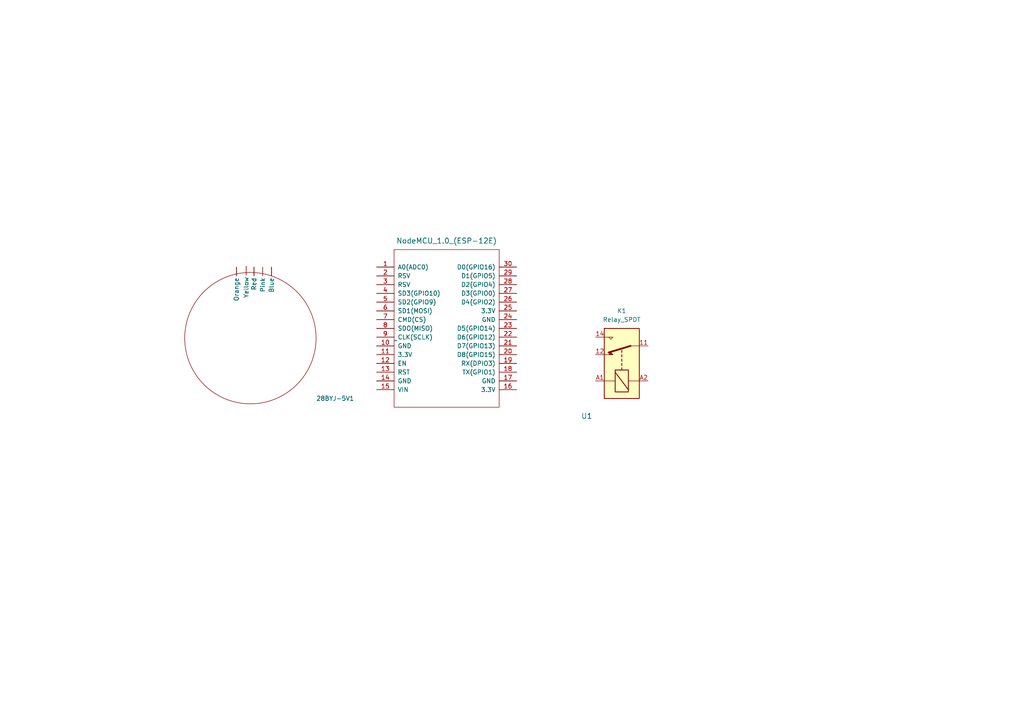
<source format=kicad_sch>
(kicad_sch
	(version 20231120)
	(generator "eeschema")
	(generator_version "8.0")
	(uuid "549b3dd4-4e56-4209-ab22-12c8afcafb8b")
	(paper "A4")
	(lib_symbols
		(symbol "ESP8266:NodeMCU_1.0_(ESP-12E)"
			(pin_names
				(offset 1.016)
			)
			(exclude_from_sim no)
			(in_bom yes)
			(on_board yes)
			(property "Reference" "U"
				(at 0 21.59 0)
				(effects
					(font
						(size 1.524 1.524)
					)
				)
			)
			(property "Value" "NodeMCU_1.0_(ESP-12E)"
				(at 0 -21.59 0)
				(effects
					(font
						(size 1.524 1.524)
					)
				)
			)
			(property "Footprint" ""
				(at -15.24 -21.59 0)
				(effects
					(font
						(size 1.524 1.524)
					)
				)
			)
			(property "Datasheet" ""
				(at -15.24 -21.59 0)
				(effects
					(font
						(size 1.524 1.524)
					)
				)
			)
			(property "Description" ""
				(at 0 0 0)
				(effects
					(font
						(size 1.27 1.27)
					)
					(hide yes)
				)
			)
			(symbol "NodeMCU_1.0_(ESP-12E)_0_1"
				(rectangle
					(start -15.24 -22.86)
					(end 15.24 22.86)
					(stroke
						(width 0)
						(type solid)
					)
					(fill
						(type none)
					)
				)
			)
			(symbol "NodeMCU_1.0_(ESP-12E)_1_1"
				(pin input line
					(at -20.32 17.78 0)
					(length 5.08)
					(name "A0(ADC0)"
						(effects
							(font
								(size 1.27 1.27)
							)
						)
					)
					(number "1"
						(effects
							(font
								(size 1.27 1.27)
							)
						)
					)
				)
				(pin input line
					(at -20.32 -5.08 0)
					(length 5.08)
					(name "GND"
						(effects
							(font
								(size 1.27 1.27)
							)
						)
					)
					(number "10"
						(effects
							(font
								(size 1.27 1.27)
							)
						)
					)
				)
				(pin power_out line
					(at -20.32 -7.62 0)
					(length 5.08)
					(name "3.3V"
						(effects
							(font
								(size 1.27 1.27)
							)
						)
					)
					(number "11"
						(effects
							(font
								(size 1.27 1.27)
							)
						)
					)
				)
				(pin input line
					(at -20.32 -10.16 0)
					(length 5.08)
					(name "EN"
						(effects
							(font
								(size 1.27 1.27)
							)
						)
					)
					(number "12"
						(effects
							(font
								(size 1.27 1.27)
							)
						)
					)
				)
				(pin input line
					(at -20.32 -12.7 0)
					(length 5.08)
					(name "RST"
						(effects
							(font
								(size 1.27 1.27)
							)
						)
					)
					(number "13"
						(effects
							(font
								(size 1.27 1.27)
							)
						)
					)
				)
				(pin power_in line
					(at -20.32 -15.24 0)
					(length 5.08)
					(name "GND"
						(effects
							(font
								(size 1.27 1.27)
							)
						)
					)
					(number "14"
						(effects
							(font
								(size 1.27 1.27)
							)
						)
					)
				)
				(pin power_in line
					(at -20.32 -17.78 0)
					(length 5.08)
					(name "VIN"
						(effects
							(font
								(size 1.27 1.27)
							)
						)
					)
					(number "15"
						(effects
							(font
								(size 1.27 1.27)
							)
						)
					)
				)
				(pin power_out line
					(at 20.32 -17.78 180)
					(length 5.08)
					(name "3.3V"
						(effects
							(font
								(size 1.27 1.27)
							)
						)
					)
					(number "16"
						(effects
							(font
								(size 1.27 1.27)
							)
						)
					)
				)
				(pin power_in line
					(at 20.32 -15.24 180)
					(length 5.08)
					(name "GND"
						(effects
							(font
								(size 1.27 1.27)
							)
						)
					)
					(number "17"
						(effects
							(font
								(size 1.27 1.27)
							)
						)
					)
				)
				(pin bidirectional line
					(at 20.32 -12.7 180)
					(length 5.08)
					(name "TX(GPIO1)"
						(effects
							(font
								(size 1.27 1.27)
							)
						)
					)
					(number "18"
						(effects
							(font
								(size 1.27 1.27)
							)
						)
					)
				)
				(pin bidirectional line
					(at 20.32 -10.16 180)
					(length 5.08)
					(name "RX(DPIO3)"
						(effects
							(font
								(size 1.27 1.27)
							)
						)
					)
					(number "19"
						(effects
							(font
								(size 1.27 1.27)
							)
						)
					)
				)
				(pin input line
					(at -20.32 15.24 0)
					(length 5.08)
					(name "RSV"
						(effects
							(font
								(size 1.27 1.27)
							)
						)
					)
					(number "2"
						(effects
							(font
								(size 1.27 1.27)
							)
						)
					)
				)
				(pin bidirectional line
					(at 20.32 -7.62 180)
					(length 5.08)
					(name "D8(GPIO15)"
						(effects
							(font
								(size 1.27 1.27)
							)
						)
					)
					(number "20"
						(effects
							(font
								(size 1.27 1.27)
							)
						)
					)
				)
				(pin bidirectional line
					(at 20.32 -5.08 180)
					(length 5.08)
					(name "D7(GPIO13)"
						(effects
							(font
								(size 1.27 1.27)
							)
						)
					)
					(number "21"
						(effects
							(font
								(size 1.27 1.27)
							)
						)
					)
				)
				(pin bidirectional line
					(at 20.32 -2.54 180)
					(length 5.08)
					(name "D6(GPIO12)"
						(effects
							(font
								(size 1.27 1.27)
							)
						)
					)
					(number "22"
						(effects
							(font
								(size 1.27 1.27)
							)
						)
					)
				)
				(pin bidirectional line
					(at 20.32 0 180)
					(length 5.08)
					(name "D5(GPIO14)"
						(effects
							(font
								(size 1.27 1.27)
							)
						)
					)
					(number "23"
						(effects
							(font
								(size 1.27 1.27)
							)
						)
					)
				)
				(pin power_in line
					(at 20.32 2.54 180)
					(length 5.08)
					(name "GND"
						(effects
							(font
								(size 1.27 1.27)
							)
						)
					)
					(number "24"
						(effects
							(font
								(size 1.27 1.27)
							)
						)
					)
				)
				(pin power_out line
					(at 20.32 5.08 180)
					(length 5.08)
					(name "3.3V"
						(effects
							(font
								(size 1.27 1.27)
							)
						)
					)
					(number "25"
						(effects
							(font
								(size 1.27 1.27)
							)
						)
					)
				)
				(pin bidirectional line
					(at 20.32 7.62 180)
					(length 5.08)
					(name "D4(GPIO2)"
						(effects
							(font
								(size 1.27 1.27)
							)
						)
					)
					(number "26"
						(effects
							(font
								(size 1.27 1.27)
							)
						)
					)
				)
				(pin bidirectional line
					(at 20.32 10.16 180)
					(length 5.08)
					(name "D3(GPIO0)"
						(effects
							(font
								(size 1.27 1.27)
							)
						)
					)
					(number "27"
						(effects
							(font
								(size 1.27 1.27)
							)
						)
					)
				)
				(pin bidirectional line
					(at 20.32 12.7 180)
					(length 5.08)
					(name "D2(GPIO4)"
						(effects
							(font
								(size 1.27 1.27)
							)
						)
					)
					(number "28"
						(effects
							(font
								(size 1.27 1.27)
							)
						)
					)
				)
				(pin bidirectional line
					(at 20.32 15.24 180)
					(length 5.08)
					(name "D1(GPIO5)"
						(effects
							(font
								(size 1.27 1.27)
							)
						)
					)
					(number "29"
						(effects
							(font
								(size 1.27 1.27)
							)
						)
					)
				)
				(pin input line
					(at -20.32 12.7 0)
					(length 5.08)
					(name "RSV"
						(effects
							(font
								(size 1.27 1.27)
							)
						)
					)
					(number "3"
						(effects
							(font
								(size 1.27 1.27)
							)
						)
					)
				)
				(pin bidirectional line
					(at 20.32 17.78 180)
					(length 5.08)
					(name "D0(GPIO16)"
						(effects
							(font
								(size 1.27 1.27)
							)
						)
					)
					(number "30"
						(effects
							(font
								(size 1.27 1.27)
							)
						)
					)
				)
				(pin bidirectional line
					(at -20.32 10.16 0)
					(length 5.08)
					(name "SD3(GPIO10)"
						(effects
							(font
								(size 1.27 1.27)
							)
						)
					)
					(number "4"
						(effects
							(font
								(size 1.27 1.27)
							)
						)
					)
				)
				(pin bidirectional line
					(at -20.32 7.62 0)
					(length 5.08)
					(name "SD2(GPIO9)"
						(effects
							(font
								(size 1.27 1.27)
							)
						)
					)
					(number "5"
						(effects
							(font
								(size 1.27 1.27)
							)
						)
					)
				)
				(pin bidirectional line
					(at -20.32 5.08 0)
					(length 5.08)
					(name "SD1(MOSI)"
						(effects
							(font
								(size 1.27 1.27)
							)
						)
					)
					(number "6"
						(effects
							(font
								(size 1.27 1.27)
							)
						)
					)
				)
				(pin bidirectional line
					(at -20.32 2.54 0)
					(length 5.08)
					(name "CMD(CS)"
						(effects
							(font
								(size 1.27 1.27)
							)
						)
					)
					(number "7"
						(effects
							(font
								(size 1.27 1.27)
							)
						)
					)
				)
				(pin bidirectional line
					(at -20.32 0 0)
					(length 5.08)
					(name "SDO(MISO)"
						(effects
							(font
								(size 1.27 1.27)
							)
						)
					)
					(number "8"
						(effects
							(font
								(size 1.27 1.27)
							)
						)
					)
				)
				(pin bidirectional line
					(at -20.32 -2.54 0)
					(length 5.08)
					(name "CLK(SCLK)"
						(effects
							(font
								(size 1.27 1.27)
							)
						)
					)
					(number "9"
						(effects
							(font
								(size 1.27 1.27)
							)
						)
					)
				)
			)
		)
		(symbol "Relay:Relay_SPDT"
			(exclude_from_sim no)
			(in_bom yes)
			(on_board yes)
			(property "Reference" "K"
				(at 11.43 3.81 0)
				(effects
					(font
						(size 1.27 1.27)
					)
					(justify left)
				)
			)
			(property "Value" "Relay_SPDT"
				(at 11.43 1.27 0)
				(effects
					(font
						(size 1.27 1.27)
					)
					(justify left)
				)
			)
			(property "Footprint" ""
				(at 11.43 -1.27 0)
				(effects
					(font
						(size 1.27 1.27)
					)
					(justify left)
					(hide yes)
				)
			)
			(property "Datasheet" "~"
				(at 0 0 0)
				(effects
					(font
						(size 1.27 1.27)
					)
					(hide yes)
				)
			)
			(property "Description" "Monostable Relay SPDT, EN50005"
				(at 0 0 0)
				(effects
					(font
						(size 1.27 1.27)
					)
					(hide yes)
				)
			)
			(property "ki_keywords" "Single Pole Relay SPDT"
				(at 0 0 0)
				(effects
					(font
						(size 1.27 1.27)
					)
					(hide yes)
				)
			)
			(property "ki_fp_filters" "Relay?SPDT*"
				(at 0 0 0)
				(effects
					(font
						(size 1.27 1.27)
					)
					(hide yes)
				)
			)
			(symbol "Relay_SPDT_0_0"
				(polyline
					(pts
						(xy 7.62 5.08) (xy 7.62 2.54) (xy 6.985 3.175) (xy 7.62 3.81)
					)
					(stroke
						(width 0)
						(type default)
					)
					(fill
						(type none)
					)
				)
			)
			(symbol "Relay_SPDT_0_1"
				(rectangle
					(start -10.16 5.08)
					(end 10.16 -5.08)
					(stroke
						(width 0.254)
						(type default)
					)
					(fill
						(type background)
					)
				)
				(rectangle
					(start -8.255 1.905)
					(end -1.905 -1.905)
					(stroke
						(width 0.254)
						(type default)
					)
					(fill
						(type none)
					)
				)
				(polyline
					(pts
						(xy -7.62 -1.905) (xy -2.54 1.905)
					)
					(stroke
						(width 0.254)
						(type default)
					)
					(fill
						(type none)
					)
				)
				(polyline
					(pts
						(xy -5.08 -5.08) (xy -5.08 -1.905)
					)
					(stroke
						(width 0)
						(type default)
					)
					(fill
						(type none)
					)
				)
				(polyline
					(pts
						(xy -5.08 5.08) (xy -5.08 1.905)
					)
					(stroke
						(width 0)
						(type default)
					)
					(fill
						(type none)
					)
				)
				(polyline
					(pts
						(xy -1.905 0) (xy -1.27 0)
					)
					(stroke
						(width 0.254)
						(type default)
					)
					(fill
						(type none)
					)
				)
				(polyline
					(pts
						(xy -0.635 0) (xy 0 0)
					)
					(stroke
						(width 0.254)
						(type default)
					)
					(fill
						(type none)
					)
				)
				(polyline
					(pts
						(xy 0.635 0) (xy 1.27 0)
					)
					(stroke
						(width 0.254)
						(type default)
					)
					(fill
						(type none)
					)
				)
				(polyline
					(pts
						(xy 1.905 0) (xy 2.54 0)
					)
					(stroke
						(width 0.254)
						(type default)
					)
					(fill
						(type none)
					)
				)
				(polyline
					(pts
						(xy 3.175 0) (xy 3.81 0)
					)
					(stroke
						(width 0.254)
						(type default)
					)
					(fill
						(type none)
					)
				)
				(polyline
					(pts
						(xy 5.08 -2.54) (xy 3.175 3.81)
					)
					(stroke
						(width 0.508)
						(type default)
					)
					(fill
						(type none)
					)
				)
				(polyline
					(pts
						(xy 5.08 -2.54) (xy 5.08 -5.08)
					)
					(stroke
						(width 0)
						(type default)
					)
					(fill
						(type none)
					)
				)
				(polyline
					(pts
						(xy 2.54 5.08) (xy 2.54 2.54) (xy 3.175 3.175) (xy 2.54 3.81)
					)
					(stroke
						(width 0)
						(type default)
					)
					(fill
						(type outline)
					)
				)
			)
			(symbol "Relay_SPDT_1_1"
				(pin passive line
					(at 5.08 -7.62 90)
					(length 2.54)
					(name "~"
						(effects
							(font
								(size 1.27 1.27)
							)
						)
					)
					(number "11"
						(effects
							(font
								(size 1.27 1.27)
							)
						)
					)
				)
				(pin passive line
					(at 2.54 7.62 270)
					(length 2.54)
					(name "~"
						(effects
							(font
								(size 1.27 1.27)
							)
						)
					)
					(number "12"
						(effects
							(font
								(size 1.27 1.27)
							)
						)
					)
				)
				(pin passive line
					(at 7.62 7.62 270)
					(length 2.54)
					(name "~"
						(effects
							(font
								(size 1.27 1.27)
							)
						)
					)
					(number "14"
						(effects
							(font
								(size 1.27 1.27)
							)
						)
					)
				)
				(pin passive line
					(at -5.08 7.62 270)
					(length 2.54)
					(name "~"
						(effects
							(font
								(size 1.27 1.27)
							)
						)
					)
					(number "A1"
						(effects
							(font
								(size 1.27 1.27)
							)
						)
					)
				)
				(pin passive line
					(at -5.08 -7.62 90)
					(length 2.54)
					(name "~"
						(effects
							(font
								(size 1.27 1.27)
							)
						)
					)
					(number "A2"
						(effects
							(font
								(size 1.27 1.27)
							)
						)
					)
				)
			)
		)
		(symbol "ScottLibrary:28BYJ-StepMotor5V"
			(exclude_from_sim no)
			(in_bom yes)
			(on_board yes)
			(property "Reference" "28BYJ-5V1"
				(at 19.304 -17.78 0)
				(effects
					(font
						(size 1.27 1.27)
					)
					(justify left)
				)
			)
			(property "Value" "~"
				(at 41.91 -0.9752 0)
				(effects
					(font
						(size 1.27 1.27)
					)
					(justify left)
				)
			)
			(property "Footprint" ""
				(at 3.556 -1.524 0)
				(effects
					(font
						(size 1.27 1.27)
					)
					(hide yes)
				)
			)
			(property "Datasheet" ""
				(at 3.556 -1.524 0)
				(effects
					(font
						(size 1.27 1.27)
					)
					(hide yes)
				)
			)
			(property "Description" ""
				(at 3.556 -1.524 0)
				(effects
					(font
						(size 1.27 1.27)
					)
					(hide yes)
				)
			)
			(symbol "28BYJ-StepMotor5V_0_1"
				(circle
					(center 0.2333 -0.2861)
					(radius 19.05)
					(stroke
						(width 0)
						(type default)
					)
					(fill
						(type none)
					)
				)
			)
			(symbol "28BYJ-StepMotor5V_1_1"
				(pin input line
					(at 6.35 20.32 270)
					(length 2.54)
					(name "Blue"
						(effects
							(font
								(size 1.27 1.27)
							)
						)
					)
					(number ""
						(effects
							(font
								(size 1.27 1.27)
							)
						)
					)
				)
				(pin input line
					(at -3.81 20.32 270)
					(length 2.54)
					(name "Orange"
						(effects
							(font
								(size 1.27 1.27)
							)
						)
					)
					(number ""
						(effects
							(font
								(size 1.27 1.27)
							)
						)
					)
				)
				(pin input line
					(at 3.81 20.32 270)
					(length 2.54)
					(name "Pink"
						(effects
							(font
								(size 1.27 1.27)
							)
						)
					)
					(number ""
						(effects
							(font
								(size 1.27 1.27)
							)
						)
					)
				)
				(pin input line
					(at 1.27 20.32 270)
					(length 2.54)
					(name "Red"
						(effects
							(font
								(size 1.27 1.27)
							)
						)
					)
					(number ""
						(effects
							(font
								(size 1.27 1.27)
							)
						)
					)
				)
				(pin input line
					(at -0.9839 20.5533 270)
					(length 2.54)
					(name "Yellow"
						(effects
							(font
								(size 1.27 1.27)
							)
						)
					)
					(number ""
						(effects
							(font
								(size 1.27 1.27)
							)
						)
					)
				)
			)
		)
	)
	(symbol
		(lib_id "Relay:Relay_SPDT")
		(at 180.34 105.41 90)
		(unit 1)
		(exclude_from_sim no)
		(in_bom yes)
		(on_board yes)
		(dnp no)
		(fields_autoplaced yes)
		(uuid "0c1c5086-4853-4dbe-90a0-234b58514e26")
		(property "Reference" "K1"
			(at 180.34 90.17 90)
			(effects
				(font
					(size 1.27 1.27)
				)
			)
		)
		(property "Value" "Relay_SPDT"
			(at 180.34 92.71 90)
			(effects
				(font
					(size 1.27 1.27)
				)
			)
		)
		(property "Footprint" ""
			(at 181.61 93.98 0)
			(effects
				(font
					(size 1.27 1.27)
				)
				(justify left)
				(hide yes)
			)
		)
		(property "Datasheet" "~"
			(at 180.34 105.41 0)
			(effects
				(font
					(size 1.27 1.27)
				)
				(hide yes)
			)
		)
		(property "Description" "Monostable Relay SPDT, EN50005"
			(at 180.34 105.41 0)
			(effects
				(font
					(size 1.27 1.27)
				)
				(hide yes)
			)
		)
		(pin "A2"
			(uuid "00ec4ed7-4db1-466d-817c-5f1b7b2bd334")
		)
		(pin "11"
			(uuid "fd12cbb4-b279-41b9-bc7b-1d8139f15f61")
		)
		(pin "14"
			(uuid "93351ac7-f2b2-49f1-a45c-bbd1f405ac39")
		)
		(pin "12"
			(uuid "6c6bd8b0-6d41-4057-813d-c97a980888b8")
		)
		(pin "A1"
			(uuid "8a109570-2670-4bab-8480-78151737eaf3")
		)
		(instances
			(project "Schematic"
				(path "/549b3dd4-4e56-4209-ab22-12c8afcafb8b"
					(reference "K1")
					(unit 1)
				)
			)
		)
	)
	(symbol
		(lib_id "ScottLibrary:28BYJ-StepMotor5V")
		(at 72.39 97.79 0)
		(unit 1)
		(exclude_from_sim no)
		(in_bom yes)
		(on_board yes)
		(dnp no)
		(fields_autoplaced yes)
		(uuid "c90e2cb3-da87-4ade-ba4f-130b45420dc5")
		(property "Reference" "28BYJ-5V1"
			(at 91.694 115.57 0)
			(effects
				(font
					(size 1.27 1.27)
				)
				(justify left)
			)
		)
		(property "Value" "~"
			(at 114.3 98.7652 0)
			(effects
				(font
					(size 1.27 1.27)
				)
				(justify left)
			)
		)
		(property "Footprint" ""
			(at 75.946 99.314 0)
			(effects
				(font
					(size 1.27 1.27)
				)
				(hide yes)
			)
		)
		(property "Datasheet" ""
			(at 75.946 99.314 0)
			(effects
				(font
					(size 1.27 1.27)
				)
				(hide yes)
			)
		)
		(property "Description" ""
			(at 75.946 99.314 0)
			(effects
				(font
					(size 1.27 1.27)
				)
				(hide yes)
			)
		)
		(pin ""
			(uuid "1a934d88-7dc0-485e-ae98-366aac0dd5c6")
		)
		(pin ""
			(uuid "80433fbe-e2a0-4b30-9fc6-e66373940824")
		)
		(pin ""
			(uuid "d87869db-ed81-4f2b-831a-983023fc36f4")
		)
		(pin ""
			(uuid "4b337e68-26a0-42ba-a4bb-e5244502083f")
		)
		(pin ""
			(uuid "8cfd23cd-c95f-42b9-81d2-361c61e46eb8")
		)
		(instances
			(project "Schematic"
				(path "/549b3dd4-4e56-4209-ab22-12c8afcafb8b"
					(reference "28BYJ-5V1")
					(unit 1)
				)
			)
		)
	)
	(symbol
		(lib_id "ESP8266:NodeMCU_1.0_(ESP-12E)")
		(at 129.54 95.25 0)
		(unit 1)
		(exclude_from_sim no)
		(in_bom yes)
		(on_board yes)
		(dnp no)
		(uuid "db933dc2-7dcb-482e-9381-d59ebb0b8f6f")
		(property "Reference" "U1"
			(at 170.18 120.65 0)
			(effects
				(font
					(size 1.524 1.524)
				)
			)
		)
		(property "Value" "NodeMCU_1.0_(ESP-12E)"
			(at 129.54 69.85 0)
			(effects
				(font
					(size 1.524 1.524)
				)
			)
		)
		(property "Footprint" ""
			(at 114.3 116.84 0)
			(effects
				(font
					(size 1.524 1.524)
				)
			)
		)
		(property "Datasheet" ""
			(at 114.3 116.84 0)
			(effects
				(font
					(size 1.524 1.524)
				)
			)
		)
		(property "Description" ""
			(at 129.54 95.25 0)
			(effects
				(font
					(size 1.27 1.27)
				)
				(hide yes)
			)
		)
		(pin "28"
			(uuid "c0d18bb9-b236-41b2-b964-ff9b1722bf17")
		)
		(pin "26"
			(uuid "09e7a11c-6a84-4370-9230-b184dd7fcc42")
		)
		(pin "16"
			(uuid "ace16157-1cc3-4977-a27b-014c406b3e9f")
		)
		(pin "3"
			(uuid "d9b77e9b-0215-440f-801f-870bd7bdd05b")
		)
		(pin "12"
			(uuid "cd9891f5-6289-4d79-9eea-5dca9c2f0a2e")
		)
		(pin "2"
			(uuid "22d2f028-6353-41e9-b5a2-3654c16fc6a3")
		)
		(pin "7"
			(uuid "0e2a7163-f4f6-4e8d-b6a7-2c7f703da5ba")
		)
		(pin "18"
			(uuid "67106995-5d30-4f43-81d1-5a5bba86aa2b")
		)
		(pin "5"
			(uuid "1cec09b3-6263-460c-929a-f5d73400378e")
		)
		(pin "30"
			(uuid "2ef34b4f-20fd-49c1-bd38-062041ed6e09")
		)
		(pin "27"
			(uuid "03f33d5b-3f84-4352-a28f-b28cd536728a")
		)
		(pin "20"
			(uuid "2eb0edef-96eb-4c44-a82d-6d542a3825a1")
		)
		(pin "1"
			(uuid "5a509c0b-4f49-4e42-a98e-08fe1e98eb04")
		)
		(pin "22"
			(uuid "3683abd9-a551-49d1-a611-e7bf9b4186cc")
		)
		(pin "15"
			(uuid "367a9231-3d28-4aa2-8765-57aa53a93a79")
		)
		(pin "13"
			(uuid "e7869b2b-c687-46d2-ad74-5632d09d9deb")
		)
		(pin "25"
			(uuid "05636058-322a-4c99-b021-71dd1b6e4690")
		)
		(pin "29"
			(uuid "97174331-8c3f-4cd5-a534-1d965143156e")
		)
		(pin "14"
			(uuid "b0de80a3-e166-426d-a238-eac48c80ef68")
		)
		(pin "8"
			(uuid "89e3ecfe-0aeb-43cc-ba45-f86dcad9eb72")
		)
		(pin "24"
			(uuid "d68588c3-ec81-483a-9893-0c7644c90ea2")
		)
		(pin "17"
			(uuid "2cab1af0-80a8-48f5-b682-db9e953e0a6a")
		)
		(pin "4"
			(uuid "1a3f7469-529d-4ad5-bbfa-7cc1407d4bc5")
		)
		(pin "21"
			(uuid "a2a250f2-a56e-4154-b432-64ecb0cc779f")
		)
		(pin "6"
			(uuid "0c0c8817-d6da-4cec-b177-1f2bf9822e13")
		)
		(pin "19"
			(uuid "97d5d6be-4df6-443c-851e-986a62895336")
		)
		(pin "9"
			(uuid "6c095192-512b-4e2d-859e-4ad26d4d4f53")
		)
		(pin "11"
			(uuid "bb0abcf7-4f34-4e0e-91d7-9cb97ddbc6f6")
		)
		(pin "10"
			(uuid "e89dc762-699d-41aa-8f95-8c6d7182188b")
		)
		(pin "23"
			(uuid "34f713c0-1385-4148-b498-046eaaa789f2")
		)
		(instances
			(project "Schematic"
				(path "/549b3dd4-4e56-4209-ab22-12c8afcafb8b"
					(reference "U1")
					(unit 1)
				)
			)
		)
	)
	(sheet_instances
		(path "/"
			(page "1")
		)
	)
)
</source>
